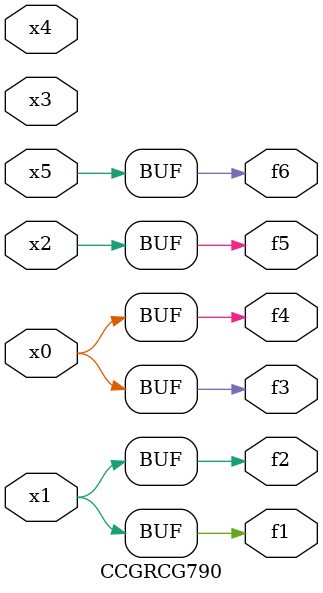
<source format=v>
module CCGRCG790(
	input x0, x1, x2, x3, x4, x5,
	output f1, f2, f3, f4, f5, f6
);
	assign f1 = x1;
	assign f2 = x1;
	assign f3 = x0;
	assign f4 = x0;
	assign f5 = x2;
	assign f6 = x5;
endmodule

</source>
